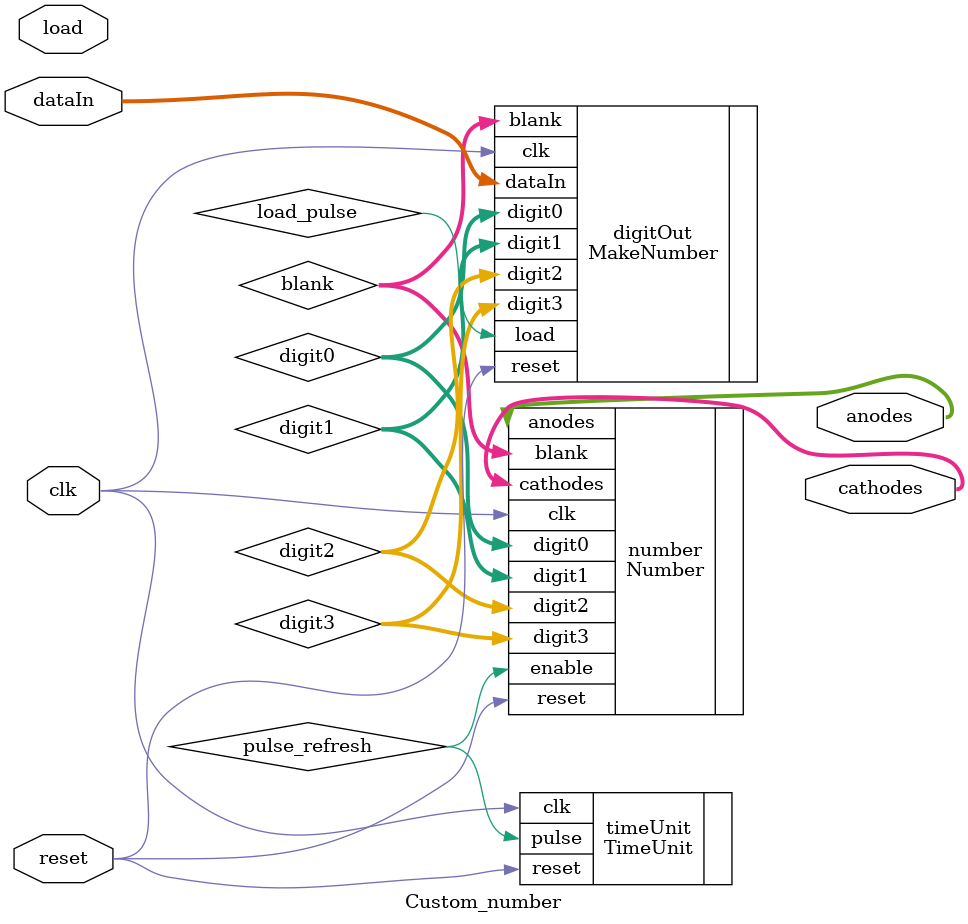
<source format=v>
`timescale 1ns / 1ps
module Custom_number(
    input clk,
    input reset,
    input load,
    input [3:0] dataIn,
    output [3:0] anodes,
    output [7:0] cathodes
    );

	wire load_pulse, pulse_refresh ;
	wire[3:0] digit3, digit2, digit1, digit0,blank;
	
	MakeNumber digitOut(.clk(clk),.reset(reset),.dataIn(dataIn),.load(load_pulse),.digit0(digit0),.digit1(digit1),
		.digit2(digit2),.digit3(digit3),.blank(blank));
	
	 TimeUnit timeUnit(.clk(clk),.reset(reset),.pulse(pulse_refresh));
   
	 Number number(.clk(clk),.reset(reset),.enable(pulse_refresh),.digit0(digit0),
						.digit1(digit1),.digit2(digit2),.digit3(digit3),.blank(blank),.anodes(anodes),.cathodes(cathodes));

	
endmodule

</source>
